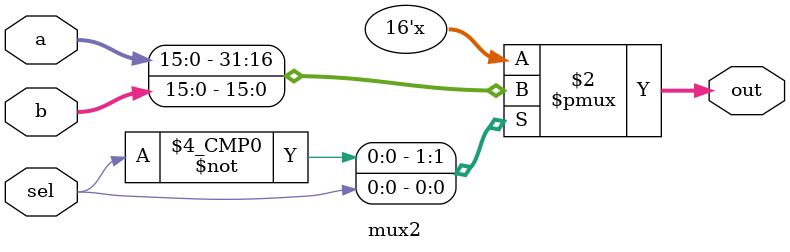
<source format=v>
module mux2 #(parameter WIDTH=16)(
  input [WIDTH-1:0] a,
  input [WIDTH-1:0] b,
  input sel,
  output reg   [WIDTH-1:0] out);
  
  always @(*)
  begin
    case(sel)
      1'b0 : out=a;
      1'b1 : out=b;
      default : out= 16'hxxxx;
    endcase
  end
  
endmodule
  
  

</source>
